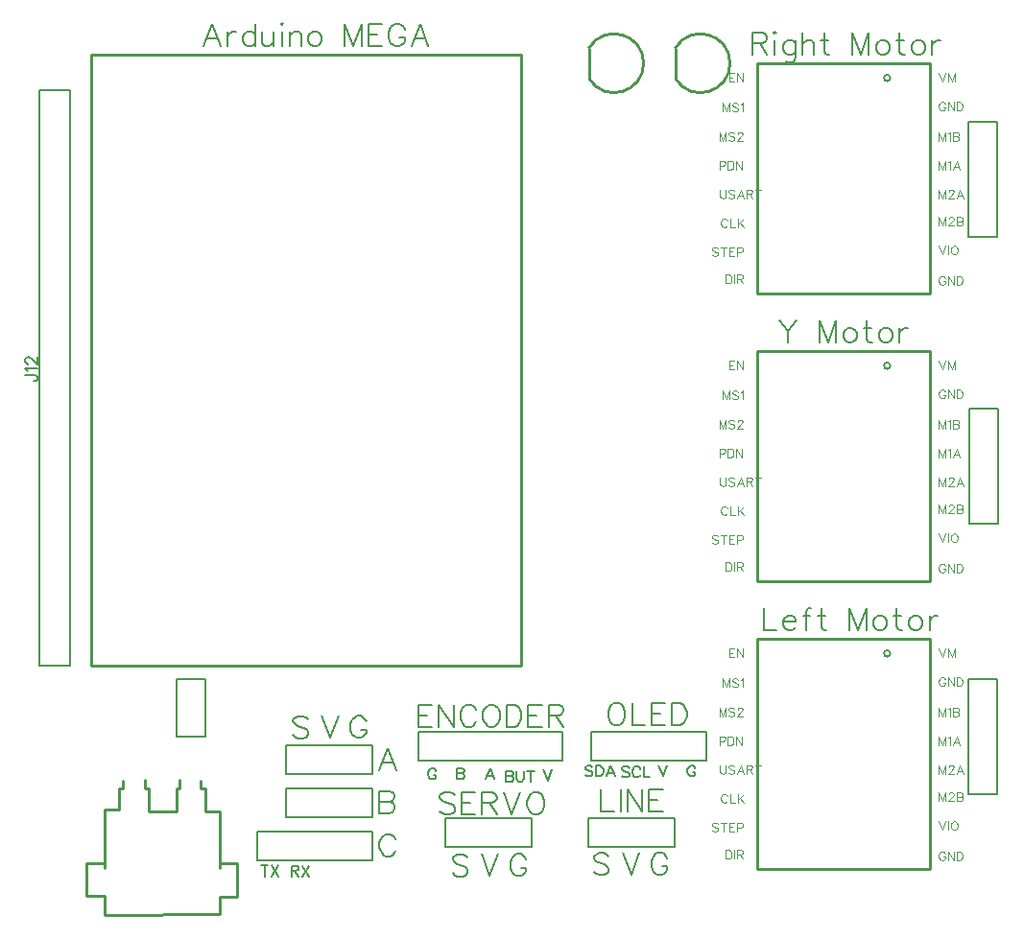
<source format=gto>
G04 Layer: TopSilkscreenLayer*
G04 EasyEDA v6.5.54, 2026-02-03 19:04:38*
G04 9173210c2a1045c2b90a711feb310df5,b3696df828ae431383eed25e92d68677,10*
G04 Gerber Generator version 0.2*
G04 Scale: 100 percent, Rotated: No, Reflected: No *
G04 Dimensions in millimeters *
G04 leading zeros omitted , absolute positions ,4 integer and 5 decimal *
%FSLAX45Y45*%
%MOMM*%

%ADD10C,0.2032*%
%ADD11C,0.1524*%
%ADD12C,0.1200*%
%ADD13C,0.2030*%
%ADD14C,0.2540*%
%ADD15C,0.1270*%
%ADD16C,0.0113*%

%LPD*%
D10*
X6872986Y405892D02*
G01*
X6854443Y424434D01*
X6826758Y433578D01*
X6789927Y433578D01*
X6762241Y424434D01*
X6743700Y405892D01*
X6743700Y387350D01*
X6752843Y369062D01*
X6762241Y359663D01*
X6780529Y350520D01*
X6836156Y331978D01*
X6854443Y322834D01*
X6863841Y313689D01*
X6872986Y295147D01*
X6872986Y267462D01*
X6854443Y248920D01*
X6826758Y239776D01*
X6789927Y239776D01*
X6762241Y248920D01*
X6743700Y267462D01*
X6995922Y435355D02*
G01*
X7069836Y241300D01*
X7143750Y435355D02*
G01*
X7069836Y241300D01*
X7388606Y389128D02*
G01*
X7379208Y407670D01*
X7360920Y426212D01*
X7342377Y435355D01*
X7305547Y435355D01*
X7287006Y426212D01*
X7268463Y407670D01*
X7259320Y389128D01*
X7249922Y361442D01*
X7249922Y315213D01*
X7259320Y287528D01*
X7268463Y268986D01*
X7287006Y250697D01*
X7305547Y241300D01*
X7342377Y241300D01*
X7360920Y250697D01*
X7379208Y268986D01*
X7388606Y287528D01*
X7388606Y315213D01*
X7342377Y315213D02*
G01*
X7388606Y315213D01*
X6491071Y-884783D02*
G01*
X6491071Y-980033D01*
X6459321Y-884783D02*
G01*
X6522821Y-884783D01*
X6552793Y-884783D02*
G01*
X6616547Y-980033D01*
X6616547Y-884783D02*
G01*
X6552793Y-980033D01*
X6727545Y-886307D02*
G01*
X6727545Y-981811D01*
X6727545Y-886307D02*
G01*
X6768439Y-886307D01*
X6782155Y-890879D01*
X6786727Y-895451D01*
X6791299Y-904595D01*
X6791299Y-913485D01*
X6786727Y-922629D01*
X6782155Y-927201D01*
X6768439Y-931773D01*
X6727545Y-931773D01*
X6759549Y-931773D02*
G01*
X6791299Y-981811D01*
X6821271Y-886307D02*
G01*
X6885025Y-981811D01*
X6885025Y-886307D02*
G01*
X6821271Y-981811D01*
X8405622Y-783844D02*
G01*
X8479536Y-977900D01*
X8553450Y-783844D02*
G01*
X8479536Y-977900D01*
X8282686Y-813307D02*
G01*
X8264143Y-794765D01*
X8236458Y-785621D01*
X8199627Y-785621D01*
X8171941Y-794765D01*
X8153400Y-813307D01*
X8153400Y-831850D01*
X8162543Y-850137D01*
X8171941Y-859536D01*
X8190229Y-868679D01*
X8245856Y-887221D01*
X8264143Y-896365D01*
X8273541Y-905510D01*
X8282686Y-924052D01*
X8282686Y-951737D01*
X8264143Y-970279D01*
X8236458Y-979423D01*
X8199627Y-979423D01*
X8171941Y-970279D01*
X8153400Y-951737D01*
X8798306Y-830071D02*
G01*
X8788908Y-811529D01*
X8770620Y-792987D01*
X8752077Y-783844D01*
X8715247Y-783844D01*
X8696706Y-792987D01*
X8678163Y-811529D01*
X8669020Y-830071D01*
X8659622Y-857757D01*
X8659622Y-903986D01*
X8669020Y-931671D01*
X8678163Y-950213D01*
X8696706Y-968502D01*
X8715247Y-977900D01*
X8752077Y-977900D01*
X8770620Y-968502D01*
X8788908Y-950213D01*
X8798306Y-931671D01*
X8798306Y-903986D01*
X8752077Y-903986D02*
G01*
X8798306Y-903986D01*
X9651423Y-773303D02*
G01*
X9725337Y-967359D01*
X9799251Y-773303D02*
G01*
X9725337Y-967359D01*
X9528487Y-802767D02*
G01*
X9509945Y-784225D01*
X9482259Y-775080D01*
X9445429Y-775080D01*
X9417743Y-784225D01*
X9399201Y-802767D01*
X9399201Y-821309D01*
X9408345Y-839596D01*
X9417743Y-848995D01*
X9436031Y-858138D01*
X9491657Y-876680D01*
X9509945Y-885825D01*
X9519343Y-894969D01*
X9528487Y-913511D01*
X9528487Y-941196D01*
X9509945Y-959738D01*
X9482259Y-968882D01*
X9445429Y-968882D01*
X9417743Y-959738D01*
X9399201Y-941196D01*
X10044107Y-819530D02*
G01*
X10034709Y-800988D01*
X10016421Y-782446D01*
X9997879Y-773303D01*
X9961049Y-773303D01*
X9942507Y-782446D01*
X9923965Y-800988D01*
X9914821Y-819530D01*
X9905423Y-847217D01*
X9905423Y-893445D01*
X9914821Y-921130D01*
X9923965Y-939672D01*
X9942507Y-957961D01*
X9961049Y-967359D01*
X9997879Y-967359D01*
X10016421Y-957961D01*
X10034709Y-939672D01*
X10044107Y-921130D01*
X10044107Y-893445D01*
X9997879Y-893445D02*
G01*
X10044107Y-893445D01*
X9385554Y-14223D02*
G01*
X9376409Y-5334D01*
X9362693Y-762D01*
X9344406Y-762D01*
X9330943Y-5334D01*
X9321800Y-14223D01*
X9321800Y-23368D01*
X9326372Y-32512D01*
X9330943Y-37084D01*
X9340088Y-41655D01*
X9367265Y-50800D01*
X9376409Y-55118D01*
X9380981Y-59689D01*
X9385554Y-68834D01*
X9385554Y-82550D01*
X9376409Y-91694D01*
X9362693Y-96265D01*
X9344406Y-96265D01*
X9330943Y-91694D01*
X9321800Y-82550D01*
X9415525Y-762D02*
G01*
X9415525Y-96265D01*
X9415525Y-762D02*
G01*
X9447275Y-762D01*
X9460991Y-5334D01*
X9469881Y-14223D01*
X9474454Y-23368D01*
X9479025Y-37084D01*
X9479025Y-59689D01*
X9474454Y-73405D01*
X9469881Y-82550D01*
X9460991Y-91694D01*
X9447275Y-96265D01*
X9415525Y-96265D01*
X9545320Y-762D02*
G01*
X9508997Y-96265D01*
X9545320Y-762D02*
G01*
X9581895Y-96265D01*
X9522713Y-64262D02*
G01*
X9568179Y-64262D01*
X9707831Y-22146D02*
G01*
X9698687Y-13256D01*
X9684971Y-8684D01*
X9666683Y-8684D01*
X9653221Y-13256D01*
X9644077Y-22146D01*
X9644077Y-31290D01*
X9648649Y-40434D01*
X9653221Y-45006D01*
X9662365Y-49578D01*
X9689543Y-58722D01*
X9698687Y-63040D01*
X9703259Y-67612D01*
X9707831Y-76756D01*
X9707831Y-90472D01*
X9698687Y-99616D01*
X9684971Y-104188D01*
X9666683Y-104188D01*
X9653221Y-99616D01*
X9644077Y-90472D01*
X9805875Y-31290D02*
G01*
X9801303Y-22146D01*
X9792159Y-13256D01*
X9783269Y-8684D01*
X9764981Y-8684D01*
X9755837Y-13256D01*
X9746693Y-22146D01*
X9742375Y-31290D01*
X9737803Y-45006D01*
X9737803Y-67612D01*
X9742375Y-81328D01*
X9746693Y-90472D01*
X9755837Y-99616D01*
X9764981Y-104188D01*
X9783269Y-104188D01*
X9792159Y-99616D01*
X9801303Y-90472D01*
X9805875Y-81328D01*
X9835847Y-8684D02*
G01*
X9835847Y-104188D01*
X9835847Y-104188D02*
G01*
X9890457Y-104188D01*
X9969500Y-762D02*
G01*
X10005822Y-96265D01*
X10042143Y-762D02*
G01*
X10005822Y-96265D01*
X10291572Y-23368D02*
G01*
X10287254Y-14223D01*
X10278109Y-5334D01*
X10268965Y-762D01*
X10250677Y-762D01*
X10241788Y-5334D01*
X10232643Y-14223D01*
X10228072Y-23368D01*
X10223500Y-37084D01*
X10223500Y-59689D01*
X10228072Y-73405D01*
X10232643Y-82550D01*
X10241788Y-91694D01*
X10250677Y-96265D01*
X10268965Y-96265D01*
X10278109Y-91694D01*
X10287254Y-82550D01*
X10291572Y-73405D01*
X10291572Y-59689D01*
X10268965Y-59689D02*
G01*
X10291572Y-59689D01*
X8004263Y-48971D02*
G01*
X7999945Y-39827D01*
X7990801Y-30937D01*
X7981657Y-26365D01*
X7963369Y-26365D01*
X7954479Y-30937D01*
X7945335Y-39827D01*
X7940763Y-48971D01*
X7936191Y-62687D01*
X7936191Y-85293D01*
X7940763Y-99009D01*
X7945335Y-108153D01*
X7954479Y-117297D01*
X7963369Y-121869D01*
X7981657Y-121869D01*
X7990801Y-117297D01*
X7999945Y-108153D01*
X8004263Y-99009D01*
X8004263Y-85293D01*
X7981657Y-85293D02*
G01*
X8004263Y-85293D01*
X8191500Y-26162D02*
G01*
X8191500Y-121665D01*
X8191500Y-26162D02*
G01*
X8232393Y-26162D01*
X8246109Y-30734D01*
X8250681Y-35305D01*
X8255254Y-44195D01*
X8255254Y-53339D01*
X8250681Y-62484D01*
X8246109Y-67055D01*
X8232393Y-71628D01*
X8191500Y-71628D02*
G01*
X8232393Y-71628D01*
X8246109Y-76200D01*
X8250681Y-80518D01*
X8255254Y-89662D01*
X8255254Y-103378D01*
X8250681Y-112521D01*
X8246109Y-117094D01*
X8232393Y-121665D01*
X8191500Y-121665D01*
X8481822Y-26162D02*
G01*
X8445500Y-121665D01*
X8481822Y-26162D02*
G01*
X8518143Y-121665D01*
X8459215Y-89662D02*
G01*
X8504681Y-89662D01*
X8620683Y-49936D02*
G01*
X8620683Y-145440D01*
X8620683Y-49936D02*
G01*
X8661577Y-49936D01*
X8675293Y-54508D01*
X8679865Y-59080D01*
X8684437Y-67970D01*
X8684437Y-77114D01*
X8679865Y-86258D01*
X8675293Y-90830D01*
X8661577Y-95402D01*
X8620683Y-95402D02*
G01*
X8661577Y-95402D01*
X8675293Y-99974D01*
X8679865Y-104292D01*
X8684437Y-113436D01*
X8684437Y-127152D01*
X8679865Y-136296D01*
X8675293Y-140868D01*
X8661577Y-145440D01*
X8620683Y-145440D01*
X8714409Y-49936D02*
G01*
X8714409Y-118008D01*
X8718981Y-131724D01*
X8727871Y-140868D01*
X8741587Y-145440D01*
X8750731Y-145440D01*
X8764193Y-140868D01*
X8773337Y-131724D01*
X8777909Y-118008D01*
X8777909Y-49936D01*
X8839885Y-49936D02*
G01*
X8839885Y-145440D01*
X8807881Y-49936D02*
G01*
X8871635Y-49936D01*
X8952191Y-38049D02*
G01*
X8988513Y-133553D01*
X9024835Y-38049D02*
G01*
X8988513Y-133553D01*
X9580372Y547878D02*
G01*
X9561829Y538734D01*
X9543541Y520192D01*
X9534143Y501650D01*
X9525000Y473963D01*
X9525000Y427989D01*
X9534143Y400050D01*
X9543541Y381762D01*
X9561829Y363220D01*
X9580372Y354076D01*
X9617456Y354076D01*
X9635743Y363220D01*
X9654286Y381762D01*
X9663429Y400050D01*
X9672827Y427989D01*
X9672827Y473963D01*
X9663429Y501650D01*
X9654286Y520192D01*
X9635743Y538734D01*
X9617456Y547878D01*
X9580372Y547878D01*
X9733788Y547878D02*
G01*
X9733788Y354076D01*
X9733788Y354076D02*
G01*
X9844531Y354076D01*
X9905491Y547878D02*
G01*
X9905491Y354076D01*
X9905491Y547878D02*
G01*
X10025634Y547878D01*
X9905491Y455676D02*
G01*
X9979406Y455676D01*
X9905491Y354076D02*
G01*
X10025634Y354076D01*
X10086593Y547878D02*
G01*
X10086593Y354076D01*
X10086593Y547878D02*
G01*
X10151109Y547878D01*
X10179050Y538734D01*
X10197338Y520192D01*
X10206736Y501650D01*
X10215879Y473963D01*
X10215879Y427989D01*
X10206736Y400050D01*
X10197338Y381762D01*
X10179050Y363220D01*
X10151109Y354076D01*
X10086593Y354076D01*
X7848600Y535178D02*
G01*
X7848600Y341376D01*
X7848600Y535178D02*
G01*
X7968741Y535178D01*
X7848600Y442976D02*
G01*
X7922513Y442976D01*
X7848600Y341376D02*
G01*
X7968741Y341376D01*
X8029702Y535178D02*
G01*
X8029702Y341376D01*
X8029702Y535178D02*
G01*
X8158988Y341376D01*
X8158988Y535178D02*
G01*
X8158988Y341376D01*
X8358377Y488950D02*
G01*
X8349234Y507492D01*
X8330691Y526034D01*
X8312150Y535178D01*
X8275320Y535178D01*
X8256777Y526034D01*
X8238490Y507492D01*
X8229091Y488950D01*
X8219947Y461263D01*
X8219947Y415289D01*
X8229091Y387350D01*
X8238490Y369062D01*
X8256777Y350520D01*
X8275320Y341376D01*
X8312150Y341376D01*
X8330691Y350520D01*
X8349234Y369062D01*
X8358377Y387350D01*
X8474709Y535178D02*
G01*
X8456422Y526034D01*
X8437879Y507492D01*
X8428736Y488950D01*
X8419338Y461263D01*
X8419338Y415289D01*
X8428736Y387350D01*
X8437879Y369062D01*
X8456422Y350520D01*
X8474709Y341376D01*
X8511793Y341376D01*
X8530336Y350520D01*
X8548624Y369062D01*
X8558022Y387350D01*
X8567165Y415289D01*
X8567165Y461263D01*
X8558022Y488950D01*
X8548624Y507492D01*
X8530336Y526034D01*
X8511793Y535178D01*
X8474709Y535178D01*
X8628125Y535178D02*
G01*
X8628125Y341376D01*
X8628125Y535178D02*
G01*
X8692895Y535178D01*
X8720581Y526034D01*
X8738870Y507492D01*
X8748268Y488950D01*
X8757411Y461263D01*
X8757411Y415289D01*
X8748268Y387350D01*
X8738870Y369062D01*
X8720581Y350520D01*
X8692895Y341376D01*
X8628125Y341376D01*
X8818372Y535178D02*
G01*
X8818372Y341376D01*
X8818372Y535178D02*
G01*
X8938513Y535178D01*
X8818372Y442976D02*
G01*
X8892286Y442976D01*
X8818372Y341376D02*
G01*
X8938513Y341376D01*
X8999474Y535178D02*
G01*
X8999474Y341376D01*
X8999474Y535178D02*
G01*
X9082531Y535178D01*
X9110218Y526034D01*
X9119615Y516889D01*
X9128759Y498347D01*
X9128759Y479805D01*
X9119615Y461263D01*
X9110218Y452120D01*
X9082531Y442976D01*
X8999474Y442976D01*
X9063990Y442976D02*
G01*
X9128759Y341376D01*
X9461500Y-214121D02*
G01*
X9461500Y-407923D01*
X9461500Y-407923D02*
G01*
X9572243Y-407923D01*
X9633204Y-214121D02*
G01*
X9633204Y-407923D01*
X9694163Y-214121D02*
G01*
X9694163Y-407923D01*
X9694163Y-214121D02*
G01*
X9823450Y-407923D01*
X9823450Y-214121D02*
G01*
X9823450Y-407923D01*
X9884409Y-214121D02*
G01*
X9884409Y-407923D01*
X9884409Y-214121D02*
G01*
X10004552Y-214121D01*
X9884409Y-306323D02*
G01*
X9958324Y-306323D01*
X9884409Y-407923D02*
G01*
X10004552Y-407923D01*
X8168386Y-267207D02*
G01*
X8149843Y-248665D01*
X8122158Y-239521D01*
X8085327Y-239521D01*
X8057641Y-248665D01*
X8039100Y-267207D01*
X8039100Y-285750D01*
X8048243Y-304037D01*
X8057641Y-313436D01*
X8075929Y-322579D01*
X8131556Y-341121D01*
X8149843Y-350265D01*
X8159241Y-359410D01*
X8168386Y-377952D01*
X8168386Y-405637D01*
X8149843Y-424179D01*
X8122158Y-433323D01*
X8085327Y-433323D01*
X8057641Y-424179D01*
X8039100Y-405637D01*
X8229345Y-239521D02*
G01*
X8229345Y-433323D01*
X8229345Y-239521D02*
G01*
X8349488Y-239521D01*
X8229345Y-331723D02*
G01*
X8303259Y-331723D01*
X8229345Y-433323D02*
G01*
X8349488Y-433323D01*
X8410447Y-239521D02*
G01*
X8410447Y-433323D01*
X8410447Y-239521D02*
G01*
X8493506Y-239521D01*
X8521191Y-248665D01*
X8530590Y-257810D01*
X8539734Y-276352D01*
X8539734Y-294894D01*
X8530590Y-313436D01*
X8521191Y-322579D01*
X8493506Y-331723D01*
X8410447Y-331723D01*
X8474963Y-331723D02*
G01*
X8539734Y-433323D01*
X8600693Y-239521D02*
G01*
X8674608Y-433323D01*
X8748522Y-239521D02*
G01*
X8674608Y-433323D01*
X8864854Y-239521D02*
G01*
X8846311Y-248665D01*
X8827770Y-267207D01*
X8818625Y-285750D01*
X8809481Y-313436D01*
X8809481Y-359410D01*
X8818625Y-387350D01*
X8827770Y-405637D01*
X8846311Y-424179D01*
X8864854Y-433323D01*
X8901684Y-433323D01*
X8920225Y-424179D01*
X8938768Y-405637D01*
X8947911Y-387350D01*
X8957309Y-359410D01*
X8957309Y-313436D01*
X8947911Y-285750D01*
X8938768Y-267207D01*
X8920225Y-248665D01*
X8901684Y-239521D01*
X8864854Y-239521D01*
X7579613Y154178D02*
G01*
X7505700Y-39623D01*
X7579613Y154178D02*
G01*
X7653527Y-39623D01*
X7533386Y24892D02*
G01*
X7625841Y24892D01*
X7505700Y-226821D02*
G01*
X7505700Y-420623D01*
X7505700Y-226821D02*
G01*
X7588758Y-226821D01*
X7616443Y-235965D01*
X7625841Y-245110D01*
X7634986Y-263652D01*
X7634986Y-282194D01*
X7625841Y-300736D01*
X7616443Y-309879D01*
X7588758Y-319023D01*
X7505700Y-319023D02*
G01*
X7588758Y-319023D01*
X7616443Y-328421D01*
X7625841Y-337565D01*
X7634986Y-356107D01*
X7634986Y-383794D01*
X7625841Y-402336D01*
X7616443Y-411479D01*
X7588758Y-420623D01*
X7505700Y-420623D01*
X7644129Y-654050D02*
G01*
X7634986Y-635507D01*
X7616443Y-616965D01*
X7598156Y-607821D01*
X7561072Y-607821D01*
X7542529Y-616965D01*
X7524241Y-635507D01*
X7514843Y-654050D01*
X7505700Y-681736D01*
X7505700Y-727710D01*
X7514843Y-755650D01*
X7524241Y-773937D01*
X7542529Y-792479D01*
X7561072Y-801623D01*
X7598156Y-801623D01*
X7616443Y-792479D01*
X7634986Y-773937D01*
X7644129Y-755650D01*
X6030213Y6542278D02*
G01*
X5956300Y6348476D01*
X6030213Y6542278D02*
G01*
X6104127Y6348476D01*
X5983986Y6412992D02*
G01*
X6076441Y6412992D01*
X6165088Y6477762D02*
G01*
X6165088Y6348476D01*
X6165088Y6422389D02*
G01*
X6174231Y6450076D01*
X6192774Y6468363D01*
X6211315Y6477762D01*
X6239002Y6477762D01*
X6410706Y6542278D02*
G01*
X6410706Y6348476D01*
X6410706Y6450076D02*
G01*
X6392163Y6468363D01*
X6373875Y6477762D01*
X6346190Y6477762D01*
X6327647Y6468363D01*
X6309106Y6450076D01*
X6299961Y6422389D01*
X6299961Y6403847D01*
X6309106Y6376162D01*
X6327647Y6357620D01*
X6346190Y6348476D01*
X6373875Y6348476D01*
X6392163Y6357620D01*
X6410706Y6376162D01*
X6471665Y6477762D02*
G01*
X6471665Y6385305D01*
X6480809Y6357620D01*
X6499352Y6348476D01*
X6527038Y6348476D01*
X6545579Y6357620D01*
X6573265Y6385305D01*
X6573265Y6477762D02*
G01*
X6573265Y6348476D01*
X6634225Y6542278D02*
G01*
X6643370Y6533134D01*
X6652768Y6542278D01*
X6643370Y6551676D01*
X6634225Y6542278D01*
X6643370Y6477762D02*
G01*
X6643370Y6348476D01*
X6713727Y6477762D02*
G01*
X6713727Y6348476D01*
X6713727Y6440678D02*
G01*
X6741413Y6468363D01*
X6759956Y6477762D01*
X6787641Y6477762D01*
X6805929Y6468363D01*
X6815327Y6440678D01*
X6815327Y6348476D01*
X6922515Y6477762D02*
G01*
X6903974Y6468363D01*
X6885431Y6450076D01*
X6876288Y6422389D01*
X6876288Y6403847D01*
X6885431Y6376162D01*
X6903974Y6357620D01*
X6922515Y6348476D01*
X6950202Y6348476D01*
X6968490Y6357620D01*
X6987031Y6376162D01*
X6996429Y6403847D01*
X6996429Y6422389D01*
X6987031Y6450076D01*
X6968490Y6468363D01*
X6950202Y6477762D01*
X6922515Y6477762D01*
X7199629Y6542278D02*
G01*
X7199629Y6348476D01*
X7199629Y6542278D02*
G01*
X7273290Y6348476D01*
X7347204Y6542278D02*
G01*
X7273290Y6348476D01*
X7347204Y6542278D02*
G01*
X7347204Y6348476D01*
X7408163Y6542278D02*
G01*
X7408163Y6348476D01*
X7408163Y6542278D02*
G01*
X7528306Y6542278D01*
X7408163Y6450076D02*
G01*
X7482077Y6450076D01*
X7408163Y6348476D02*
G01*
X7528306Y6348476D01*
X7727950Y6496050D02*
G01*
X7718552Y6514592D01*
X7700009Y6533134D01*
X7681722Y6542278D01*
X7644638Y6542278D01*
X7626350Y6533134D01*
X7607808Y6514592D01*
X7598409Y6496050D01*
X7589265Y6468363D01*
X7589265Y6422389D01*
X7598409Y6394450D01*
X7607808Y6376162D01*
X7626350Y6357620D01*
X7644638Y6348476D01*
X7681722Y6348476D01*
X7700009Y6357620D01*
X7718552Y6376162D01*
X7727950Y6394450D01*
X7727950Y6422389D01*
X7681722Y6422389D02*
G01*
X7727950Y6422389D01*
X7862570Y6542278D02*
G01*
X7788909Y6348476D01*
X7862570Y6542278D02*
G01*
X7936484Y6348476D01*
X7816595Y6412992D02*
G01*
X7908797Y6412992D01*
X10795000Y6466078D02*
G01*
X10795000Y6272276D01*
X10795000Y6466078D02*
G01*
X10878058Y6466078D01*
X10905743Y6456934D01*
X10915141Y6447789D01*
X10924286Y6429247D01*
X10924286Y6410705D01*
X10915141Y6392163D01*
X10905743Y6383020D01*
X10878058Y6373876D01*
X10795000Y6373876D01*
X10859770Y6373876D02*
G01*
X10924286Y6272276D01*
X10985245Y6466078D02*
G01*
X10994390Y6456934D01*
X11003788Y6466078D01*
X10994390Y6475476D01*
X10985245Y6466078D01*
X10994390Y6401562D02*
G01*
X10994390Y6272276D01*
X11175491Y6401562D02*
G01*
X11175491Y6253734D01*
X11166347Y6226047D01*
X11156950Y6216650D01*
X11138661Y6207505D01*
X11110975Y6207505D01*
X11092434Y6216650D01*
X11175491Y6373876D02*
G01*
X11156950Y6392163D01*
X11138661Y6401562D01*
X11110975Y6401562D01*
X11092434Y6392163D01*
X11073891Y6373876D01*
X11064747Y6346189D01*
X11064747Y6327647D01*
X11073891Y6299962D01*
X11092434Y6281420D01*
X11110975Y6272276D01*
X11138661Y6272276D01*
X11156950Y6281420D01*
X11175491Y6299962D01*
X11236452Y6466078D02*
G01*
X11236452Y6272276D01*
X11236452Y6364478D02*
G01*
X11264138Y6392163D01*
X11282679Y6401562D01*
X11310365Y6401562D01*
X11328908Y6392163D01*
X11338052Y6364478D01*
X11338052Y6272276D01*
X11426697Y6466078D02*
G01*
X11426697Y6309105D01*
X11436095Y6281420D01*
X11454384Y6272276D01*
X11472925Y6272276D01*
X11399011Y6401562D02*
G01*
X11463781Y6401562D01*
X11676125Y6466078D02*
G01*
X11676125Y6272276D01*
X11676125Y6466078D02*
G01*
X11750040Y6272276D01*
X11823954Y6466078D02*
G01*
X11750040Y6272276D01*
X11823954Y6466078D02*
G01*
X11823954Y6272276D01*
X11931141Y6401562D02*
G01*
X11912600Y6392163D01*
X11894058Y6373876D01*
X11884913Y6346189D01*
X11884913Y6327647D01*
X11894058Y6299962D01*
X11912600Y6281420D01*
X11931141Y6272276D01*
X11958827Y6272276D01*
X11977370Y6281420D01*
X11995658Y6299962D01*
X12005056Y6327647D01*
X12005056Y6346189D01*
X11995658Y6373876D01*
X11977370Y6392163D01*
X11958827Y6401562D01*
X11931141Y6401562D01*
X12093702Y6466078D02*
G01*
X12093702Y6309105D01*
X12102845Y6281420D01*
X12121388Y6272276D01*
X12139929Y6272276D01*
X12066015Y6401562D02*
G01*
X12130531Y6401562D01*
X12246863Y6401562D02*
G01*
X12228575Y6392163D01*
X12210034Y6373876D01*
X12200890Y6346189D01*
X12200890Y6327647D01*
X12210034Y6299962D01*
X12228575Y6281420D01*
X12246863Y6272276D01*
X12274550Y6272276D01*
X12293091Y6281420D01*
X12311634Y6299962D01*
X12320777Y6327647D01*
X12320777Y6346189D01*
X12311634Y6373876D01*
X12293091Y6392163D01*
X12274550Y6401562D01*
X12246863Y6401562D01*
X12381738Y6401562D02*
G01*
X12381738Y6272276D01*
X12381738Y6346189D02*
G01*
X12391136Y6373876D01*
X12409424Y6392163D01*
X12427965Y6401562D01*
X12455652Y6401562D01*
X11036300Y3926078D02*
G01*
X11110213Y3833876D01*
X11110213Y3732276D01*
X11184127Y3926078D02*
G01*
X11110213Y3833876D01*
X11387327Y3926078D02*
G01*
X11387327Y3732276D01*
X11387327Y3926078D02*
G01*
X11461241Y3732276D01*
X11535156Y3926078D02*
G01*
X11461241Y3732276D01*
X11535156Y3926078D02*
G01*
X11535156Y3732276D01*
X11642090Y3861562D02*
G01*
X11623802Y3852163D01*
X11605259Y3833876D01*
X11596115Y3806189D01*
X11596115Y3787647D01*
X11605259Y3759962D01*
X11623802Y3741420D01*
X11642090Y3732276D01*
X11670029Y3732276D01*
X11688318Y3741420D01*
X11706859Y3759962D01*
X11716004Y3787647D01*
X11716004Y3806189D01*
X11706859Y3833876D01*
X11688318Y3852163D01*
X11670029Y3861562D01*
X11642090Y3861562D01*
X11804650Y3926078D02*
G01*
X11804650Y3769105D01*
X11814047Y3741420D01*
X11832590Y3732276D01*
X11850877Y3732276D01*
X11776963Y3861562D02*
G01*
X11841734Y3861562D01*
X11958065Y3861562D02*
G01*
X11939524Y3852163D01*
X11921236Y3833876D01*
X11911838Y3806189D01*
X11911838Y3787647D01*
X11921236Y3759962D01*
X11939524Y3741420D01*
X11958065Y3732276D01*
X11985752Y3732276D01*
X12004293Y3741420D01*
X12022836Y3759962D01*
X12031979Y3787647D01*
X12031979Y3806189D01*
X12022836Y3833876D01*
X12004293Y3852163D01*
X11985752Y3861562D01*
X11958065Y3861562D01*
X12092940Y3861562D02*
G01*
X12092940Y3732276D01*
X12092940Y3806189D02*
G01*
X12102084Y3833876D01*
X12120625Y3852163D01*
X12139168Y3861562D01*
X12166854Y3861562D01*
X10896600Y1386078D02*
G01*
X10896600Y1192276D01*
X10896600Y1192276D02*
G01*
X11007343Y1192276D01*
X11068304Y1266189D02*
G01*
X11179302Y1266189D01*
X11179302Y1284478D01*
X11169904Y1303020D01*
X11160759Y1312163D01*
X11142218Y1321562D01*
X11114531Y1321562D01*
X11095990Y1312163D01*
X11077702Y1293876D01*
X11068304Y1266189D01*
X11068304Y1247647D01*
X11077702Y1219962D01*
X11095990Y1201420D01*
X11114531Y1192276D01*
X11142218Y1192276D01*
X11160759Y1201420D01*
X11179302Y1219962D01*
X11314175Y1386078D02*
G01*
X11295634Y1386078D01*
X11277091Y1376934D01*
X11267947Y1349247D01*
X11267947Y1192276D01*
X11240261Y1321562D02*
G01*
X11304777Y1321562D01*
X11402822Y1386078D02*
G01*
X11402822Y1229105D01*
X11411965Y1201420D01*
X11430508Y1192276D01*
X11449050Y1192276D01*
X11375136Y1321562D02*
G01*
X11439652Y1321562D01*
X11652250Y1386078D02*
G01*
X11652250Y1192276D01*
X11652250Y1386078D02*
G01*
X11725909Y1192276D01*
X11799824Y1386078D02*
G01*
X11725909Y1192276D01*
X11799824Y1386078D02*
G01*
X11799824Y1192276D01*
X11907011Y1321562D02*
G01*
X11888470Y1312163D01*
X11870181Y1293876D01*
X11860784Y1266189D01*
X11860784Y1247647D01*
X11870181Y1219962D01*
X11888470Y1201420D01*
X11907011Y1192276D01*
X11934697Y1192276D01*
X11953240Y1201420D01*
X11971781Y1219962D01*
X11980925Y1247647D01*
X11980925Y1266189D01*
X11971781Y1293876D01*
X11953240Y1312163D01*
X11934697Y1321562D01*
X11907011Y1321562D01*
X12069572Y1386078D02*
G01*
X12069572Y1229105D01*
X12078970Y1201420D01*
X12097258Y1192276D01*
X12115800Y1192276D01*
X12041886Y1321562D02*
G01*
X12106656Y1321562D01*
X12222988Y1321562D02*
G01*
X12204445Y1312163D01*
X12185904Y1293876D01*
X12176759Y1266189D01*
X12176759Y1247647D01*
X12185904Y1219962D01*
X12204445Y1201420D01*
X12222988Y1192276D01*
X12250674Y1192276D01*
X12269215Y1201420D01*
X12287504Y1219962D01*
X12296902Y1247647D01*
X12296902Y1266189D01*
X12287504Y1293876D01*
X12269215Y1312163D01*
X12250674Y1321562D01*
X12222988Y1321562D01*
X12357861Y1321562D02*
G01*
X12357861Y1192276D01*
X12357861Y1266189D02*
G01*
X12367006Y1293876D01*
X12385547Y1312163D01*
X12404090Y1321562D01*
X12431775Y1321562D01*
D11*
X4380484Y3442970D02*
G01*
X4463541Y3442970D01*
X4479290Y3437636D01*
X4484370Y3432555D01*
X4489450Y3422142D01*
X4489450Y3411728D01*
X4484370Y3401313D01*
X4479290Y3395979D01*
X4463541Y3390900D01*
X4453127Y3390900D01*
X4401311Y3477260D02*
G01*
X4395977Y3487420D01*
X4380484Y3503168D01*
X4489450Y3503168D01*
X4406391Y3542537D02*
G01*
X4401311Y3542537D01*
X4390897Y3547871D01*
X4385563Y3552952D01*
X4380484Y3563365D01*
X4380484Y3584194D01*
X4385563Y3594607D01*
X4390897Y3599687D01*
X4401311Y3605021D01*
X4411725Y3605021D01*
X4422140Y3599687D01*
X4437634Y3589273D01*
X4489450Y3537457D01*
X4489450Y3610102D01*
D12*
X12496342Y-779068D02*
G01*
X12492532Y-771702D01*
X12485420Y-764336D01*
X12478054Y-760780D01*
X12463576Y-760780D01*
X12456210Y-764336D01*
X12448844Y-771702D01*
X12445288Y-779068D01*
X12441732Y-789990D01*
X12441732Y-808024D01*
X12445288Y-818946D01*
X12448844Y-826312D01*
X12456210Y-833424D01*
X12463576Y-837234D01*
X12478054Y-837234D01*
X12485420Y-833424D01*
X12492532Y-826312D01*
X12496342Y-818946D01*
X12496342Y-808024D01*
X12478054Y-808024D02*
G01*
X12496342Y-808024D01*
X12520218Y-760780D02*
G01*
X12520218Y-837234D01*
X12520218Y-760780D02*
G01*
X12571018Y-837234D01*
X12571018Y-760780D02*
G01*
X12571018Y-837234D01*
X12595148Y-760780D02*
G01*
X12595148Y-837234D01*
X12595148Y-760780D02*
G01*
X12620548Y-760780D01*
X12631470Y-764336D01*
X12638836Y-771702D01*
X12642392Y-779068D01*
X12645948Y-789990D01*
X12645948Y-808024D01*
X12642392Y-818946D01*
X12638836Y-826312D01*
X12631470Y-833424D01*
X12620548Y-837234D01*
X12595148Y-837234D01*
X12441681Y-494029D02*
G01*
X12470891Y-570484D01*
X12499847Y-494029D02*
G01*
X12470891Y-570484D01*
X12523977Y-494029D02*
G01*
X12523977Y-570484D01*
X12569697Y-494029D02*
G01*
X12562331Y-497586D01*
X12555220Y-504952D01*
X12551409Y-512318D01*
X12547854Y-523239D01*
X12547854Y-541273D01*
X12551409Y-552195D01*
X12555220Y-559562D01*
X12562331Y-566928D01*
X12569697Y-570484D01*
X12584175Y-570484D01*
X12591541Y-566928D01*
X12598654Y-559562D01*
X12602463Y-552195D01*
X12606020Y-541273D01*
X12606020Y-523239D01*
X12602463Y-512318D01*
X12598654Y-504952D01*
X12591541Y-497586D01*
X12584175Y-494029D01*
X12569697Y-494029D01*
X12441681Y-240029D02*
G01*
X12441681Y-316484D01*
X12441681Y-240029D02*
G01*
X12470891Y-316484D01*
X12499847Y-240029D02*
G01*
X12470891Y-316484D01*
X12499847Y-240029D02*
G01*
X12499847Y-316484D01*
X12527534Y-258318D02*
G01*
X12527534Y-254507D01*
X12531090Y-247395D01*
X12534900Y-243586D01*
X12542011Y-240029D01*
X12556490Y-240029D01*
X12563856Y-243586D01*
X12567411Y-247395D01*
X12571222Y-254507D01*
X12571222Y-261873D01*
X12567411Y-269239D01*
X12560300Y-280162D01*
X12523977Y-316484D01*
X12574777Y-316484D01*
X12598908Y-240029D02*
G01*
X12598908Y-316484D01*
X12598908Y-240029D02*
G01*
X12631420Y-240029D01*
X12642341Y-243586D01*
X12646152Y-247395D01*
X12649708Y-254507D01*
X12649708Y-261873D01*
X12646152Y-269239D01*
X12642341Y-272795D01*
X12631420Y-276352D01*
X12598908Y-276352D02*
G01*
X12631420Y-276352D01*
X12642341Y-280162D01*
X12646152Y-283718D01*
X12649708Y-291084D01*
X12649708Y-302005D01*
X12646152Y-309118D01*
X12642341Y-312928D01*
X12631420Y-316484D01*
X12598908Y-316484D01*
X12441681Y1270D02*
G01*
X12441681Y-75184D01*
X12441681Y1270D02*
G01*
X12470891Y-75184D01*
X12499847Y1270D02*
G01*
X12470891Y-75184D01*
X12499847Y1270D02*
G01*
X12499847Y-75184D01*
X12527534Y-17018D02*
G01*
X12527534Y-13207D01*
X12531090Y-6095D01*
X12534645Y-2286D01*
X12542011Y1270D01*
X12556490Y1270D01*
X12563856Y-2286D01*
X12567411Y-6095D01*
X12571222Y-13207D01*
X12571222Y-20573D01*
X12567411Y-27939D01*
X12560300Y-38862D01*
X12523977Y-75184D01*
X12574777Y-75184D01*
X12627863Y1270D02*
G01*
X12598654Y-75184D01*
X12627863Y1270D02*
G01*
X12657074Y-75184D01*
X12609575Y-49784D02*
G01*
X12646152Y-49784D01*
X12441681Y255270D02*
G01*
X12441681Y178815D01*
X12441681Y255270D02*
G01*
X12470891Y178815D01*
X12499847Y255270D02*
G01*
X12470891Y178815D01*
X12499847Y255270D02*
G01*
X12499847Y178815D01*
X12523977Y240792D02*
G01*
X12531090Y244347D01*
X12542011Y255270D01*
X12542011Y178815D01*
X12595097Y255270D02*
G01*
X12566141Y178815D01*
X12595097Y255270D02*
G01*
X12624308Y178815D01*
X12577063Y204215D02*
G01*
X12613386Y204215D01*
X12441681Y509270D02*
G01*
X12441681Y432815D01*
X12441681Y509270D02*
G01*
X12470891Y432815D01*
X12499847Y509270D02*
G01*
X12470891Y432815D01*
X12499847Y509270D02*
G01*
X12499847Y432815D01*
X12523977Y494792D02*
G01*
X12531090Y498347D01*
X12542011Y509270D01*
X12542011Y432815D01*
X12566141Y509270D02*
G01*
X12566141Y432815D01*
X12566141Y509270D02*
G01*
X12598654Y509270D01*
X12609575Y505713D01*
X12613386Y501904D01*
X12616941Y494792D01*
X12616941Y487426D01*
X12613386Y480060D01*
X12609575Y476504D01*
X12598654Y472947D01*
X12566141Y472947D02*
G01*
X12598654Y472947D01*
X12609575Y469137D01*
X12613386Y465581D01*
X12616941Y458215D01*
X12616941Y447294D01*
X12613386Y440181D01*
X12609575Y436371D01*
X12598654Y432815D01*
X12566141Y432815D01*
X12496342Y757783D02*
G01*
X12492532Y764895D01*
X12485420Y772261D01*
X12478054Y775817D01*
X12463576Y775817D01*
X12456210Y772261D01*
X12448844Y764895D01*
X12445288Y757783D01*
X12441732Y746861D01*
X12441732Y728573D01*
X12445288Y717651D01*
X12448844Y710539D01*
X12456210Y703173D01*
X12463576Y699617D01*
X12478054Y699617D01*
X12485420Y703173D01*
X12492532Y710539D01*
X12496342Y717651D01*
X12496342Y728573D01*
X12478054Y728573D02*
G01*
X12496342Y728573D01*
X12520218Y775817D02*
G01*
X12520218Y699617D01*
X12520218Y775817D02*
G01*
X12571018Y699617D01*
X12571018Y775817D02*
G01*
X12571018Y699617D01*
X12595148Y775817D02*
G01*
X12595148Y699617D01*
X12595148Y775817D02*
G01*
X12620548Y775817D01*
X12631470Y772261D01*
X12638836Y764895D01*
X12642392Y757783D01*
X12645948Y746861D01*
X12645948Y728573D01*
X12642392Y717651D01*
X12638836Y710539D01*
X12631470Y703173D01*
X12620548Y699617D01*
X12595148Y699617D01*
X12441681Y1029970D02*
G01*
X12470891Y953515D01*
X12499847Y1029970D02*
G01*
X12470891Y953515D01*
X12523977Y1029970D02*
G01*
X12523977Y953515D01*
X12523977Y1029970D02*
G01*
X12552934Y953515D01*
X12582143Y1029970D02*
G01*
X12552934Y953515D01*
X12582143Y1029970D02*
G01*
X12582143Y953515D01*
X10590275Y1029970D02*
G01*
X10590275Y953515D01*
X10590275Y1029970D02*
G01*
X10637520Y1029970D01*
X10590275Y993647D02*
G01*
X10619486Y993647D01*
X10590275Y953515D02*
G01*
X10637520Y953515D01*
X10661650Y1029970D02*
G01*
X10661650Y953515D01*
X10661650Y1029970D02*
G01*
X10712450Y953515D01*
X10712450Y1029970D02*
G01*
X10712450Y953515D01*
X10537187Y766594D02*
G01*
X10537187Y690140D01*
X10537187Y766594D02*
G01*
X10566397Y690140D01*
X10595353Y766594D02*
G01*
X10566397Y690140D01*
X10595353Y766594D02*
G01*
X10595353Y690140D01*
X10670283Y755672D02*
G01*
X10662917Y763038D01*
X10651995Y766594D01*
X10637517Y766594D01*
X10626595Y763038D01*
X10619483Y755672D01*
X10619483Y748306D01*
X10623039Y741194D01*
X10626595Y737384D01*
X10633961Y733828D01*
X10655805Y726462D01*
X10662917Y722906D01*
X10666727Y719350D01*
X10670283Y711984D01*
X10670283Y701062D01*
X10662917Y693950D01*
X10651995Y690140D01*
X10637517Y690140D01*
X10626595Y693950D01*
X10619483Y701062D01*
X10694159Y752116D02*
G01*
X10701525Y755672D01*
X10712447Y766594D01*
X10712447Y690140D01*
X10504421Y509191D02*
G01*
X10504421Y432737D01*
X10504421Y509191D02*
G01*
X10533631Y432737D01*
X10562587Y509191D02*
G01*
X10533631Y432737D01*
X10562587Y509191D02*
G01*
X10562587Y432737D01*
X10637517Y498269D02*
G01*
X10630151Y505635D01*
X10619229Y509191D01*
X10604751Y509191D01*
X10593829Y505635D01*
X10586717Y498269D01*
X10586717Y491157D01*
X10590273Y483791D01*
X10593829Y480235D01*
X10601195Y476425D01*
X10623039Y469313D01*
X10630151Y465503D01*
X10633961Y461947D01*
X10637517Y454581D01*
X10637517Y443659D01*
X10630151Y436547D01*
X10619229Y432737D01*
X10604751Y432737D01*
X10593829Y436547D01*
X10586717Y443659D01*
X10665203Y491157D02*
G01*
X10665203Y494713D01*
X10668759Y502079D01*
X10672315Y505635D01*
X10679681Y509191D01*
X10694159Y509191D01*
X10701525Y505635D01*
X10705081Y502079D01*
X10708891Y494713D01*
X10708891Y487347D01*
X10705081Y480235D01*
X10697969Y469313D01*
X10661393Y432737D01*
X10712447Y432737D01*
X10504424Y255270D02*
G01*
X10504424Y178815D01*
X10504424Y255270D02*
G01*
X10537190Y255270D01*
X10548111Y251713D01*
X10551668Y247904D01*
X10555224Y240792D01*
X10555224Y229870D01*
X10551668Y222504D01*
X10548111Y218947D01*
X10537190Y215137D01*
X10504424Y215137D01*
X10579354Y255270D02*
G01*
X10579354Y178815D01*
X10579354Y255270D02*
G01*
X10604754Y255270D01*
X10615675Y251713D01*
X10623041Y244347D01*
X10626597Y236981D01*
X10630154Y226060D01*
X10630154Y208026D01*
X10626597Y197104D01*
X10623041Y189737D01*
X10615675Y182371D01*
X10604754Y178815D01*
X10579354Y178815D01*
X10654284Y255270D02*
G01*
X10654284Y178815D01*
X10654284Y255270D02*
G01*
X10705084Y178815D01*
X10705084Y255270D02*
G01*
X10705084Y178815D01*
X10511790Y1270D02*
G01*
X10511790Y-53339D01*
X10515345Y-64262D01*
X10522711Y-71628D01*
X10533634Y-75184D01*
X10541000Y-75184D01*
X10551668Y-71628D01*
X10559034Y-64262D01*
X10562590Y-53339D01*
X10562590Y1270D01*
X10637520Y-9652D02*
G01*
X10630408Y-2286D01*
X10619486Y1270D01*
X10604754Y1270D01*
X10594086Y-2286D01*
X10586720Y-9652D01*
X10586720Y-17018D01*
X10590275Y-24129D01*
X10594086Y-27939D01*
X10601197Y-31495D01*
X10623041Y-38862D01*
X10630408Y-42418D01*
X10633963Y-45973D01*
X10637520Y-53339D01*
X10637520Y-64262D01*
X10630408Y-71628D01*
X10619486Y-75184D01*
X10604754Y-75184D01*
X10594086Y-71628D01*
X10586720Y-64262D01*
X10690606Y1270D02*
G01*
X10661650Y-75184D01*
X10690606Y1270D02*
G01*
X10719815Y-75184D01*
X10672572Y-49784D02*
G01*
X10708893Y-49784D01*
X10743691Y1270D02*
G01*
X10743691Y-75184D01*
X10743691Y1270D02*
G01*
X10776458Y1270D01*
X10787379Y-2286D01*
X10790936Y-6095D01*
X10794745Y-13207D01*
X10794745Y-20573D01*
X10790936Y-27939D01*
X10787379Y-31495D01*
X10776458Y-35052D01*
X10743691Y-35052D01*
X10769345Y-35052D02*
G01*
X10794745Y-75184D01*
X10844275Y1270D02*
G01*
X10844275Y-75184D01*
X10818622Y1270D02*
G01*
X10869675Y1270D01*
X10573511Y-271018D02*
G01*
X10569702Y-263652D01*
X10562590Y-256286D01*
X10555224Y-252729D01*
X10540745Y-252729D01*
X10533379Y-256286D01*
X10526268Y-263652D01*
X10522458Y-271018D01*
X10518902Y-281939D01*
X10518902Y-299973D01*
X10522458Y-310895D01*
X10526268Y-318262D01*
X10533379Y-325628D01*
X10540745Y-329184D01*
X10555224Y-329184D01*
X10562590Y-325628D01*
X10569702Y-318262D01*
X10573511Y-310895D01*
X10597388Y-252729D02*
G01*
X10597388Y-329184D01*
X10597388Y-329184D02*
G01*
X10641075Y-329184D01*
X10665206Y-252729D02*
G01*
X10665206Y-329184D01*
X10716006Y-252729D02*
G01*
X10665206Y-303784D01*
X10683240Y-285495D02*
G01*
X10716006Y-329184D01*
X10491213Y-517603D02*
G01*
X10484101Y-510491D01*
X10473179Y-506681D01*
X10458701Y-506681D01*
X10447779Y-510491D01*
X10440413Y-517603D01*
X10440413Y-524969D01*
X10443969Y-532335D01*
X10447779Y-535891D01*
X10454891Y-539447D01*
X10476735Y-546813D01*
X10484101Y-550369D01*
X10487657Y-553925D01*
X10491213Y-561291D01*
X10491213Y-572213D01*
X10484101Y-579579D01*
X10473179Y-583135D01*
X10458701Y-583135D01*
X10447779Y-579579D01*
X10440413Y-572213D01*
X10540743Y-506681D02*
G01*
X10540743Y-583135D01*
X10515343Y-506681D02*
G01*
X10566143Y-506681D01*
X10590273Y-506681D02*
G01*
X10590273Y-583135D01*
X10590273Y-506681D02*
G01*
X10637517Y-506681D01*
X10590273Y-543257D02*
G01*
X10619229Y-543257D01*
X10590273Y-583135D02*
G01*
X10637517Y-583135D01*
X10661393Y-506681D02*
G01*
X10661393Y-583135D01*
X10661393Y-506681D02*
G01*
X10694159Y-506681D01*
X10705081Y-510491D01*
X10708891Y-514047D01*
X10712447Y-521413D01*
X10712447Y-532335D01*
X10708891Y-539447D01*
X10705081Y-543257D01*
X10694159Y-546813D01*
X10661393Y-546813D01*
X10562587Y-748032D02*
G01*
X10562587Y-824486D01*
X10562587Y-748032D02*
G01*
X10587987Y-748032D01*
X10598909Y-751588D01*
X10606275Y-758954D01*
X10609831Y-766320D01*
X10613387Y-777242D01*
X10613387Y-795276D01*
X10609831Y-806198D01*
X10606275Y-813564D01*
X10598909Y-820676D01*
X10587987Y-824486D01*
X10562587Y-824486D01*
X10637517Y-748032D02*
G01*
X10637517Y-824486D01*
X10661393Y-748032D02*
G01*
X10661393Y-824486D01*
X10661393Y-748032D02*
G01*
X10694159Y-748032D01*
X10705081Y-751588D01*
X10708891Y-755398D01*
X10712447Y-762510D01*
X10712447Y-769876D01*
X10708891Y-777242D01*
X10705081Y-780798D01*
X10694159Y-784354D01*
X10661393Y-784354D01*
X10687047Y-784354D02*
G01*
X10712447Y-824486D01*
X12496342Y4300931D02*
G01*
X12492532Y4308297D01*
X12485420Y4315663D01*
X12478054Y4319219D01*
X12463576Y4319219D01*
X12456210Y4315663D01*
X12448844Y4308297D01*
X12445288Y4300931D01*
X12441732Y4290009D01*
X12441732Y4271975D01*
X12445288Y4261053D01*
X12448844Y4253687D01*
X12456210Y4246575D01*
X12463576Y4242765D01*
X12478054Y4242765D01*
X12485420Y4246575D01*
X12492532Y4253687D01*
X12496342Y4261053D01*
X12496342Y4271975D01*
X12478054Y4271975D02*
G01*
X12496342Y4271975D01*
X12520218Y4319219D02*
G01*
X12520218Y4242765D01*
X12520218Y4319219D02*
G01*
X12571018Y4242765D01*
X12571018Y4319219D02*
G01*
X12571018Y4242765D01*
X12595148Y4319219D02*
G01*
X12595148Y4242765D01*
X12595148Y4319219D02*
G01*
X12620548Y4319219D01*
X12631470Y4315663D01*
X12638836Y4308297D01*
X12642392Y4300931D01*
X12645948Y4290009D01*
X12645948Y4271975D01*
X12642392Y4261053D01*
X12638836Y4253687D01*
X12631470Y4246575D01*
X12620548Y4242765D01*
X12595148Y4242765D01*
X12441681Y4585970D02*
G01*
X12470891Y4509515D01*
X12499847Y4585970D02*
G01*
X12470891Y4509515D01*
X12523977Y4585970D02*
G01*
X12523977Y4509515D01*
X12569697Y4585970D02*
G01*
X12562331Y4582413D01*
X12555220Y4575047D01*
X12551409Y4567681D01*
X12547854Y4556760D01*
X12547854Y4538726D01*
X12551409Y4527804D01*
X12555220Y4520437D01*
X12562331Y4513071D01*
X12569697Y4509515D01*
X12584175Y4509515D01*
X12591541Y4513071D01*
X12598654Y4520437D01*
X12602463Y4527804D01*
X12606020Y4538726D01*
X12606020Y4556760D01*
X12602463Y4567681D01*
X12598654Y4575047D01*
X12591541Y4582413D01*
X12584175Y4585970D01*
X12569697Y4585970D01*
X12441681Y4839970D02*
G01*
X12441681Y4763515D01*
X12441681Y4839970D02*
G01*
X12470891Y4763515D01*
X12499847Y4839970D02*
G01*
X12470891Y4763515D01*
X12499847Y4839970D02*
G01*
X12499847Y4763515D01*
X12527534Y4821681D02*
G01*
X12527534Y4825492D01*
X12531090Y4832604D01*
X12534900Y4836413D01*
X12542011Y4839970D01*
X12556490Y4839970D01*
X12563856Y4836413D01*
X12567411Y4832604D01*
X12571222Y4825492D01*
X12571222Y4818126D01*
X12567411Y4810760D01*
X12560300Y4799837D01*
X12523977Y4763515D01*
X12574777Y4763515D01*
X12598908Y4839970D02*
G01*
X12598908Y4763515D01*
X12598908Y4839970D02*
G01*
X12631420Y4839970D01*
X12642341Y4836413D01*
X12646152Y4832604D01*
X12649708Y4825492D01*
X12649708Y4818126D01*
X12646152Y4810760D01*
X12642341Y4807204D01*
X12631420Y4803647D01*
X12598908Y4803647D02*
G01*
X12631420Y4803647D01*
X12642341Y4799837D01*
X12646152Y4796281D01*
X12649708Y4788915D01*
X12649708Y4777994D01*
X12646152Y4770881D01*
X12642341Y4767071D01*
X12631420Y4763515D01*
X12598908Y4763515D01*
X12441681Y5081270D02*
G01*
X12441681Y5004815D01*
X12441681Y5081270D02*
G01*
X12470891Y5004815D01*
X12499847Y5081270D02*
G01*
X12470891Y5004815D01*
X12499847Y5081270D02*
G01*
X12499847Y5004815D01*
X12527534Y5062981D02*
G01*
X12527534Y5066792D01*
X12531090Y5073904D01*
X12534645Y5077713D01*
X12542011Y5081270D01*
X12556490Y5081270D01*
X12563856Y5077713D01*
X12567411Y5073904D01*
X12571222Y5066792D01*
X12571222Y5059426D01*
X12567411Y5052060D01*
X12560300Y5041137D01*
X12523977Y5004815D01*
X12574777Y5004815D01*
X12627863Y5081270D02*
G01*
X12598654Y5004815D01*
X12627863Y5081270D02*
G01*
X12657074Y5004815D01*
X12609575Y5030215D02*
G01*
X12646152Y5030215D01*
X12441681Y5335270D02*
G01*
X12441681Y5258815D01*
X12441681Y5335270D02*
G01*
X12470891Y5258815D01*
X12499847Y5335270D02*
G01*
X12470891Y5258815D01*
X12499847Y5335270D02*
G01*
X12499847Y5258815D01*
X12523977Y5320792D02*
G01*
X12531090Y5324347D01*
X12542011Y5335270D01*
X12542011Y5258815D01*
X12595097Y5335270D02*
G01*
X12566141Y5258815D01*
X12595097Y5335270D02*
G01*
X12624308Y5258815D01*
X12577063Y5284215D02*
G01*
X12613386Y5284215D01*
X12441681Y5589270D02*
G01*
X12441681Y5512815D01*
X12441681Y5589270D02*
G01*
X12470891Y5512815D01*
X12499847Y5589270D02*
G01*
X12470891Y5512815D01*
X12499847Y5589270D02*
G01*
X12499847Y5512815D01*
X12523977Y5574792D02*
G01*
X12531090Y5578347D01*
X12542011Y5589270D01*
X12542011Y5512815D01*
X12566141Y5589270D02*
G01*
X12566141Y5512815D01*
X12566141Y5589270D02*
G01*
X12598654Y5589270D01*
X12609575Y5585713D01*
X12613386Y5581904D01*
X12616941Y5574792D01*
X12616941Y5567426D01*
X12613386Y5560060D01*
X12609575Y5556504D01*
X12598654Y5552947D01*
X12566141Y5552947D02*
G01*
X12598654Y5552947D01*
X12609575Y5549137D01*
X12613386Y5545581D01*
X12616941Y5538215D01*
X12616941Y5527294D01*
X12613386Y5520181D01*
X12609575Y5516371D01*
X12598654Y5512815D01*
X12566141Y5512815D01*
X12496342Y5837783D02*
G01*
X12492532Y5844895D01*
X12485420Y5852261D01*
X12478054Y5855817D01*
X12463576Y5855817D01*
X12456210Y5852261D01*
X12448844Y5844895D01*
X12445288Y5837783D01*
X12441732Y5826861D01*
X12441732Y5808573D01*
X12445288Y5797651D01*
X12448844Y5790539D01*
X12456210Y5783173D01*
X12463576Y5779617D01*
X12478054Y5779617D01*
X12485420Y5783173D01*
X12492532Y5790539D01*
X12496342Y5797651D01*
X12496342Y5808573D01*
X12478054Y5808573D02*
G01*
X12496342Y5808573D01*
X12520218Y5855817D02*
G01*
X12520218Y5779617D01*
X12520218Y5855817D02*
G01*
X12571018Y5779617D01*
X12571018Y5855817D02*
G01*
X12571018Y5779617D01*
X12595148Y5855817D02*
G01*
X12595148Y5779617D01*
X12595148Y5855817D02*
G01*
X12620548Y5855817D01*
X12631470Y5852261D01*
X12638836Y5844895D01*
X12642392Y5837783D01*
X12645948Y5826861D01*
X12645948Y5808573D01*
X12642392Y5797651D01*
X12638836Y5790539D01*
X12631470Y5783173D01*
X12620548Y5779617D01*
X12595148Y5779617D01*
X12441681Y6109970D02*
G01*
X12470891Y6033515D01*
X12499847Y6109970D02*
G01*
X12470891Y6033515D01*
X12523977Y6109970D02*
G01*
X12523977Y6033515D01*
X12523977Y6109970D02*
G01*
X12552934Y6033515D01*
X12582143Y6109970D02*
G01*
X12552934Y6033515D01*
X12582143Y6109970D02*
G01*
X12582143Y6033515D01*
X10590275Y6109970D02*
G01*
X10590275Y6033515D01*
X10590275Y6109970D02*
G01*
X10637520Y6109970D01*
X10590275Y6073647D02*
G01*
X10619486Y6073647D01*
X10590275Y6033515D02*
G01*
X10637520Y6033515D01*
X10661650Y6109970D02*
G01*
X10661650Y6033515D01*
X10661650Y6109970D02*
G01*
X10712450Y6033515D01*
X10712450Y6109970D02*
G01*
X10712450Y6033515D01*
X10537187Y5846594D02*
G01*
X10537187Y5770140D01*
X10537187Y5846594D02*
G01*
X10566397Y5770140D01*
X10595353Y5846594D02*
G01*
X10566397Y5770140D01*
X10595353Y5846594D02*
G01*
X10595353Y5770140D01*
X10670283Y5835672D02*
G01*
X10662917Y5843038D01*
X10651995Y5846594D01*
X10637517Y5846594D01*
X10626595Y5843038D01*
X10619483Y5835672D01*
X10619483Y5828306D01*
X10623039Y5821194D01*
X10626595Y5817384D01*
X10633961Y5813828D01*
X10655805Y5806462D01*
X10662917Y5802906D01*
X10666727Y5799350D01*
X10670283Y5791984D01*
X10670283Y5781062D01*
X10662917Y5773950D01*
X10651995Y5770140D01*
X10637517Y5770140D01*
X10626595Y5773950D01*
X10619483Y5781062D01*
X10694159Y5832116D02*
G01*
X10701525Y5835672D01*
X10712447Y5846594D01*
X10712447Y5770140D01*
X10504421Y5589191D02*
G01*
X10504421Y5512737D01*
X10504421Y5589191D02*
G01*
X10533631Y5512737D01*
X10562587Y5589191D02*
G01*
X10533631Y5512737D01*
X10562587Y5589191D02*
G01*
X10562587Y5512737D01*
X10637517Y5578269D02*
G01*
X10630151Y5585635D01*
X10619229Y5589191D01*
X10604751Y5589191D01*
X10593829Y5585635D01*
X10586717Y5578269D01*
X10586717Y5571157D01*
X10590273Y5563791D01*
X10593829Y5560235D01*
X10601195Y5556425D01*
X10623039Y5549313D01*
X10630151Y5545503D01*
X10633961Y5541947D01*
X10637517Y5534581D01*
X10637517Y5523659D01*
X10630151Y5516547D01*
X10619229Y5512737D01*
X10604751Y5512737D01*
X10593829Y5516547D01*
X10586717Y5523659D01*
X10665203Y5571157D02*
G01*
X10665203Y5574713D01*
X10668759Y5582079D01*
X10672315Y5585635D01*
X10679681Y5589191D01*
X10694159Y5589191D01*
X10701525Y5585635D01*
X10705081Y5582079D01*
X10708891Y5574713D01*
X10708891Y5567347D01*
X10705081Y5560235D01*
X10697969Y5549313D01*
X10661393Y5512737D01*
X10712447Y5512737D01*
X10504424Y5335270D02*
G01*
X10504424Y5258815D01*
X10504424Y5335270D02*
G01*
X10537190Y5335270D01*
X10548111Y5331713D01*
X10551668Y5327904D01*
X10555224Y5320792D01*
X10555224Y5309870D01*
X10551668Y5302504D01*
X10548111Y5298947D01*
X10537190Y5295137D01*
X10504424Y5295137D01*
X10579354Y5335270D02*
G01*
X10579354Y5258815D01*
X10579354Y5335270D02*
G01*
X10604754Y5335270D01*
X10615675Y5331713D01*
X10623041Y5324347D01*
X10626597Y5316981D01*
X10630154Y5306060D01*
X10630154Y5288026D01*
X10626597Y5277104D01*
X10623041Y5269737D01*
X10615675Y5262371D01*
X10604754Y5258815D01*
X10579354Y5258815D01*
X10654284Y5335270D02*
G01*
X10654284Y5258815D01*
X10654284Y5335270D02*
G01*
X10705084Y5258815D01*
X10705084Y5335270D02*
G01*
X10705084Y5258815D01*
X10511790Y5081270D02*
G01*
X10511790Y5026660D01*
X10515345Y5015737D01*
X10522711Y5008371D01*
X10533634Y5004815D01*
X10541000Y5004815D01*
X10551668Y5008371D01*
X10559034Y5015737D01*
X10562590Y5026660D01*
X10562590Y5081270D01*
X10637520Y5070347D02*
G01*
X10630408Y5077713D01*
X10619486Y5081270D01*
X10604754Y5081270D01*
X10594086Y5077713D01*
X10586720Y5070347D01*
X10586720Y5062981D01*
X10590275Y5055870D01*
X10594086Y5052060D01*
X10601197Y5048504D01*
X10623041Y5041137D01*
X10630408Y5037581D01*
X10633963Y5034026D01*
X10637520Y5026660D01*
X10637520Y5015737D01*
X10630408Y5008371D01*
X10619486Y5004815D01*
X10604754Y5004815D01*
X10594086Y5008371D01*
X10586720Y5015737D01*
X10690606Y5081270D02*
G01*
X10661650Y5004815D01*
X10690606Y5081270D02*
G01*
X10719815Y5004815D01*
X10672572Y5030215D02*
G01*
X10708893Y5030215D01*
X10743691Y5081270D02*
G01*
X10743691Y5004815D01*
X10743691Y5081270D02*
G01*
X10776458Y5081270D01*
X10787379Y5077713D01*
X10790936Y5073904D01*
X10794745Y5066792D01*
X10794745Y5059426D01*
X10790936Y5052060D01*
X10787379Y5048504D01*
X10776458Y5044947D01*
X10743691Y5044947D01*
X10769345Y5044947D02*
G01*
X10794745Y5004815D01*
X10844275Y5081270D02*
G01*
X10844275Y5004815D01*
X10818622Y5081270D02*
G01*
X10869675Y5081270D01*
X10573511Y4808981D02*
G01*
X10569702Y4816347D01*
X10562590Y4823713D01*
X10555224Y4827270D01*
X10540745Y4827270D01*
X10533379Y4823713D01*
X10526268Y4816347D01*
X10522458Y4808981D01*
X10518902Y4798060D01*
X10518902Y4780026D01*
X10522458Y4769104D01*
X10526268Y4761737D01*
X10533379Y4754371D01*
X10540745Y4750815D01*
X10555224Y4750815D01*
X10562590Y4754371D01*
X10569702Y4761737D01*
X10573511Y4769104D01*
X10597388Y4827270D02*
G01*
X10597388Y4750815D01*
X10597388Y4750815D02*
G01*
X10641075Y4750815D01*
X10665206Y4827270D02*
G01*
X10665206Y4750815D01*
X10716006Y4827270D02*
G01*
X10665206Y4776215D01*
X10683240Y4794504D02*
G01*
X10716006Y4750815D01*
X10491213Y4562396D02*
G01*
X10484101Y4569508D01*
X10473179Y4573318D01*
X10458701Y4573318D01*
X10447779Y4569508D01*
X10440413Y4562396D01*
X10440413Y4555030D01*
X10443969Y4547664D01*
X10447779Y4544108D01*
X10454891Y4540552D01*
X10476735Y4533186D01*
X10484101Y4529630D01*
X10487657Y4526074D01*
X10491213Y4518708D01*
X10491213Y4507786D01*
X10484101Y4500420D01*
X10473179Y4496864D01*
X10458701Y4496864D01*
X10447779Y4500420D01*
X10440413Y4507786D01*
X10540743Y4573318D02*
G01*
X10540743Y4496864D01*
X10515343Y4573318D02*
G01*
X10566143Y4573318D01*
X10590273Y4573318D02*
G01*
X10590273Y4496864D01*
X10590273Y4573318D02*
G01*
X10637517Y4573318D01*
X10590273Y4536742D02*
G01*
X10619229Y4536742D01*
X10590273Y4496864D02*
G01*
X10637517Y4496864D01*
X10661393Y4573318D02*
G01*
X10661393Y4496864D01*
X10661393Y4573318D02*
G01*
X10694159Y4573318D01*
X10705081Y4569508D01*
X10708891Y4565952D01*
X10712447Y4558586D01*
X10712447Y4547664D01*
X10708891Y4540552D01*
X10705081Y4536742D01*
X10694159Y4533186D01*
X10661393Y4533186D01*
X10562587Y4331967D02*
G01*
X10562587Y4255513D01*
X10562587Y4331967D02*
G01*
X10587987Y4331967D01*
X10598909Y4328411D01*
X10606275Y4321045D01*
X10609831Y4313679D01*
X10613387Y4302757D01*
X10613387Y4284723D01*
X10609831Y4273801D01*
X10606275Y4266435D01*
X10598909Y4259323D01*
X10587987Y4255513D01*
X10562587Y4255513D01*
X10637517Y4331967D02*
G01*
X10637517Y4255513D01*
X10661393Y4331967D02*
G01*
X10661393Y4255513D01*
X10661393Y4331967D02*
G01*
X10694159Y4331967D01*
X10705081Y4328411D01*
X10708891Y4324601D01*
X10712447Y4317489D01*
X10712447Y4310123D01*
X10708891Y4302757D01*
X10705081Y4299201D01*
X10694159Y4295645D01*
X10661393Y4295645D01*
X10687047Y4295645D02*
G01*
X10712447Y4255513D01*
X12496342Y1760931D02*
G01*
X12492532Y1768297D01*
X12485420Y1775663D01*
X12478054Y1779219D01*
X12463576Y1779219D01*
X12456210Y1775663D01*
X12448844Y1768297D01*
X12445288Y1760931D01*
X12441732Y1750009D01*
X12441732Y1731975D01*
X12445288Y1721053D01*
X12448844Y1713687D01*
X12456210Y1706575D01*
X12463576Y1702765D01*
X12478054Y1702765D01*
X12485420Y1706575D01*
X12492532Y1713687D01*
X12496342Y1721053D01*
X12496342Y1731975D01*
X12478054Y1731975D02*
G01*
X12496342Y1731975D01*
X12520218Y1779219D02*
G01*
X12520218Y1702765D01*
X12520218Y1779219D02*
G01*
X12571018Y1702765D01*
X12571018Y1779219D02*
G01*
X12571018Y1702765D01*
X12595148Y1779219D02*
G01*
X12595148Y1702765D01*
X12595148Y1779219D02*
G01*
X12620548Y1779219D01*
X12631470Y1775663D01*
X12638836Y1768297D01*
X12642392Y1760931D01*
X12645948Y1750009D01*
X12645948Y1731975D01*
X12642392Y1721053D01*
X12638836Y1713687D01*
X12631470Y1706575D01*
X12620548Y1702765D01*
X12595148Y1702765D01*
X12441681Y2045970D02*
G01*
X12470891Y1969515D01*
X12499847Y2045970D02*
G01*
X12470891Y1969515D01*
X12523977Y2045970D02*
G01*
X12523977Y1969515D01*
X12569697Y2045970D02*
G01*
X12562331Y2042413D01*
X12555220Y2035047D01*
X12551409Y2027681D01*
X12547854Y2016760D01*
X12547854Y1998726D01*
X12551409Y1987804D01*
X12555220Y1980437D01*
X12562331Y1973071D01*
X12569697Y1969515D01*
X12584175Y1969515D01*
X12591541Y1973071D01*
X12598654Y1980437D01*
X12602463Y1987804D01*
X12606020Y1998726D01*
X12606020Y2016760D01*
X12602463Y2027681D01*
X12598654Y2035047D01*
X12591541Y2042413D01*
X12584175Y2045970D01*
X12569697Y2045970D01*
X12441681Y2299970D02*
G01*
X12441681Y2223515D01*
X12441681Y2299970D02*
G01*
X12470891Y2223515D01*
X12499847Y2299970D02*
G01*
X12470891Y2223515D01*
X12499847Y2299970D02*
G01*
X12499847Y2223515D01*
X12527534Y2281681D02*
G01*
X12527534Y2285492D01*
X12531090Y2292604D01*
X12534900Y2296413D01*
X12542011Y2299970D01*
X12556490Y2299970D01*
X12563856Y2296413D01*
X12567411Y2292604D01*
X12571222Y2285492D01*
X12571222Y2278126D01*
X12567411Y2270760D01*
X12560300Y2259837D01*
X12523977Y2223515D01*
X12574777Y2223515D01*
X12598908Y2299970D02*
G01*
X12598908Y2223515D01*
X12598908Y2299970D02*
G01*
X12631420Y2299970D01*
X12642341Y2296413D01*
X12646152Y2292604D01*
X12649708Y2285492D01*
X12649708Y2278126D01*
X12646152Y2270760D01*
X12642341Y2267204D01*
X12631420Y2263647D01*
X12598908Y2263647D02*
G01*
X12631420Y2263647D01*
X12642341Y2259837D01*
X12646152Y2256281D01*
X12649708Y2248915D01*
X12649708Y2237994D01*
X12646152Y2230881D01*
X12642341Y2227071D01*
X12631420Y2223515D01*
X12598908Y2223515D01*
X12441681Y2541270D02*
G01*
X12441681Y2464815D01*
X12441681Y2541270D02*
G01*
X12470891Y2464815D01*
X12499847Y2541270D02*
G01*
X12470891Y2464815D01*
X12499847Y2541270D02*
G01*
X12499847Y2464815D01*
X12527534Y2522981D02*
G01*
X12527534Y2526792D01*
X12531090Y2533904D01*
X12534645Y2537713D01*
X12542011Y2541270D01*
X12556490Y2541270D01*
X12563856Y2537713D01*
X12567411Y2533904D01*
X12571222Y2526792D01*
X12571222Y2519426D01*
X12567411Y2512060D01*
X12560300Y2501137D01*
X12523977Y2464815D01*
X12574777Y2464815D01*
X12627863Y2541270D02*
G01*
X12598654Y2464815D01*
X12627863Y2541270D02*
G01*
X12657074Y2464815D01*
X12609575Y2490215D02*
G01*
X12646152Y2490215D01*
X12441681Y2795270D02*
G01*
X12441681Y2718815D01*
X12441681Y2795270D02*
G01*
X12470891Y2718815D01*
X12499847Y2795270D02*
G01*
X12470891Y2718815D01*
X12499847Y2795270D02*
G01*
X12499847Y2718815D01*
X12523977Y2780792D02*
G01*
X12531090Y2784347D01*
X12542011Y2795270D01*
X12542011Y2718815D01*
X12595097Y2795270D02*
G01*
X12566141Y2718815D01*
X12595097Y2795270D02*
G01*
X12624308Y2718815D01*
X12577063Y2744215D02*
G01*
X12613386Y2744215D01*
X12441681Y3049270D02*
G01*
X12441681Y2972815D01*
X12441681Y3049270D02*
G01*
X12470891Y2972815D01*
X12499847Y3049270D02*
G01*
X12470891Y2972815D01*
X12499847Y3049270D02*
G01*
X12499847Y2972815D01*
X12523977Y3034792D02*
G01*
X12531090Y3038347D01*
X12542011Y3049270D01*
X12542011Y2972815D01*
X12566141Y3049270D02*
G01*
X12566141Y2972815D01*
X12566141Y3049270D02*
G01*
X12598654Y3049270D01*
X12609575Y3045713D01*
X12613386Y3041904D01*
X12616941Y3034792D01*
X12616941Y3027426D01*
X12613386Y3020060D01*
X12609575Y3016504D01*
X12598654Y3012947D01*
X12566141Y3012947D02*
G01*
X12598654Y3012947D01*
X12609575Y3009137D01*
X12613386Y3005581D01*
X12616941Y2998215D01*
X12616941Y2987294D01*
X12613386Y2980181D01*
X12609575Y2976371D01*
X12598654Y2972815D01*
X12566141Y2972815D01*
X12496342Y3297783D02*
G01*
X12492532Y3304895D01*
X12485420Y3312261D01*
X12478054Y3315817D01*
X12463576Y3315817D01*
X12456210Y3312261D01*
X12448844Y3304895D01*
X12445288Y3297783D01*
X12441732Y3286861D01*
X12441732Y3268573D01*
X12445288Y3257651D01*
X12448844Y3250539D01*
X12456210Y3243173D01*
X12463576Y3239617D01*
X12478054Y3239617D01*
X12485420Y3243173D01*
X12492532Y3250539D01*
X12496342Y3257651D01*
X12496342Y3268573D01*
X12478054Y3268573D02*
G01*
X12496342Y3268573D01*
X12520218Y3315817D02*
G01*
X12520218Y3239617D01*
X12520218Y3315817D02*
G01*
X12571018Y3239617D01*
X12571018Y3315817D02*
G01*
X12571018Y3239617D01*
X12595148Y3315817D02*
G01*
X12595148Y3239617D01*
X12595148Y3315817D02*
G01*
X12620548Y3315817D01*
X12631470Y3312261D01*
X12638836Y3304895D01*
X12642392Y3297783D01*
X12645948Y3286861D01*
X12645948Y3268573D01*
X12642392Y3257651D01*
X12638836Y3250539D01*
X12631470Y3243173D01*
X12620548Y3239617D01*
X12595148Y3239617D01*
X12441681Y3569970D02*
G01*
X12470891Y3493515D01*
X12499847Y3569970D02*
G01*
X12470891Y3493515D01*
X12523977Y3569970D02*
G01*
X12523977Y3493515D01*
X12523977Y3569970D02*
G01*
X12552934Y3493515D01*
X12582143Y3569970D02*
G01*
X12552934Y3493515D01*
X12582143Y3569970D02*
G01*
X12582143Y3493515D01*
X10590275Y3569970D02*
G01*
X10590275Y3493515D01*
X10590275Y3569970D02*
G01*
X10637520Y3569970D01*
X10590275Y3533647D02*
G01*
X10619486Y3533647D01*
X10590275Y3493515D02*
G01*
X10637520Y3493515D01*
X10661650Y3569970D02*
G01*
X10661650Y3493515D01*
X10661650Y3569970D02*
G01*
X10712450Y3493515D01*
X10712450Y3569970D02*
G01*
X10712450Y3493515D01*
X10537187Y3306594D02*
G01*
X10537187Y3230140D01*
X10537187Y3306594D02*
G01*
X10566397Y3230140D01*
X10595353Y3306594D02*
G01*
X10566397Y3230140D01*
X10595353Y3306594D02*
G01*
X10595353Y3230140D01*
X10670283Y3295672D02*
G01*
X10662917Y3303038D01*
X10651995Y3306594D01*
X10637517Y3306594D01*
X10626595Y3303038D01*
X10619483Y3295672D01*
X10619483Y3288306D01*
X10623039Y3281194D01*
X10626595Y3277384D01*
X10633961Y3273828D01*
X10655805Y3266462D01*
X10662917Y3262906D01*
X10666727Y3259350D01*
X10670283Y3251984D01*
X10670283Y3241062D01*
X10662917Y3233950D01*
X10651995Y3230140D01*
X10637517Y3230140D01*
X10626595Y3233950D01*
X10619483Y3241062D01*
X10694159Y3292116D02*
G01*
X10701525Y3295672D01*
X10712447Y3306594D01*
X10712447Y3230140D01*
X10504421Y3049191D02*
G01*
X10504421Y2972737D01*
X10504421Y3049191D02*
G01*
X10533631Y2972737D01*
X10562587Y3049191D02*
G01*
X10533631Y2972737D01*
X10562587Y3049191D02*
G01*
X10562587Y2972737D01*
X10637517Y3038269D02*
G01*
X10630151Y3045635D01*
X10619229Y3049191D01*
X10604751Y3049191D01*
X10593829Y3045635D01*
X10586717Y3038269D01*
X10586717Y3031157D01*
X10590273Y3023791D01*
X10593829Y3020235D01*
X10601195Y3016425D01*
X10623039Y3009313D01*
X10630151Y3005503D01*
X10633961Y3001947D01*
X10637517Y2994581D01*
X10637517Y2983659D01*
X10630151Y2976547D01*
X10619229Y2972737D01*
X10604751Y2972737D01*
X10593829Y2976547D01*
X10586717Y2983659D01*
X10665203Y3031157D02*
G01*
X10665203Y3034713D01*
X10668759Y3042079D01*
X10672315Y3045635D01*
X10679681Y3049191D01*
X10694159Y3049191D01*
X10701525Y3045635D01*
X10705081Y3042079D01*
X10708891Y3034713D01*
X10708891Y3027347D01*
X10705081Y3020235D01*
X10697969Y3009313D01*
X10661393Y2972737D01*
X10712447Y2972737D01*
X10504424Y2795270D02*
G01*
X10504424Y2718815D01*
X10504424Y2795270D02*
G01*
X10537190Y2795270D01*
X10548111Y2791713D01*
X10551668Y2787904D01*
X10555224Y2780792D01*
X10555224Y2769870D01*
X10551668Y2762504D01*
X10548111Y2758947D01*
X10537190Y2755137D01*
X10504424Y2755137D01*
X10579354Y2795270D02*
G01*
X10579354Y2718815D01*
X10579354Y2795270D02*
G01*
X10604754Y2795270D01*
X10615675Y2791713D01*
X10623041Y2784347D01*
X10626597Y2776981D01*
X10630154Y2766060D01*
X10630154Y2748026D01*
X10626597Y2737104D01*
X10623041Y2729737D01*
X10615675Y2722371D01*
X10604754Y2718815D01*
X10579354Y2718815D01*
X10654284Y2795270D02*
G01*
X10654284Y2718815D01*
X10654284Y2795270D02*
G01*
X10705084Y2718815D01*
X10705084Y2795270D02*
G01*
X10705084Y2718815D01*
X10511790Y2541270D02*
G01*
X10511790Y2486660D01*
X10515345Y2475737D01*
X10522711Y2468371D01*
X10533634Y2464815D01*
X10541000Y2464815D01*
X10551668Y2468371D01*
X10559034Y2475737D01*
X10562590Y2486660D01*
X10562590Y2541270D01*
X10637520Y2530347D02*
G01*
X10630408Y2537713D01*
X10619486Y2541270D01*
X10604754Y2541270D01*
X10594086Y2537713D01*
X10586720Y2530347D01*
X10586720Y2522981D01*
X10590275Y2515870D01*
X10594086Y2512060D01*
X10601197Y2508504D01*
X10623041Y2501137D01*
X10630408Y2497581D01*
X10633963Y2494026D01*
X10637520Y2486660D01*
X10637520Y2475737D01*
X10630408Y2468371D01*
X10619486Y2464815D01*
X10604754Y2464815D01*
X10594086Y2468371D01*
X10586720Y2475737D01*
X10690606Y2541270D02*
G01*
X10661650Y2464815D01*
X10690606Y2541270D02*
G01*
X10719815Y2464815D01*
X10672572Y2490215D02*
G01*
X10708893Y2490215D01*
X10743691Y2541270D02*
G01*
X10743691Y2464815D01*
X10743691Y2541270D02*
G01*
X10776458Y2541270D01*
X10787379Y2537713D01*
X10790936Y2533904D01*
X10794745Y2526792D01*
X10794745Y2519426D01*
X10790936Y2512060D01*
X10787379Y2508504D01*
X10776458Y2504947D01*
X10743691Y2504947D01*
X10769345Y2504947D02*
G01*
X10794745Y2464815D01*
X10844275Y2541270D02*
G01*
X10844275Y2464815D01*
X10818622Y2541270D02*
G01*
X10869675Y2541270D01*
X10573511Y2268981D02*
G01*
X10569702Y2276347D01*
X10562590Y2283713D01*
X10555224Y2287270D01*
X10540745Y2287270D01*
X10533379Y2283713D01*
X10526268Y2276347D01*
X10522458Y2268981D01*
X10518902Y2258060D01*
X10518902Y2240026D01*
X10522458Y2229104D01*
X10526268Y2221737D01*
X10533379Y2214371D01*
X10540745Y2210815D01*
X10555224Y2210815D01*
X10562590Y2214371D01*
X10569702Y2221737D01*
X10573511Y2229104D01*
X10597388Y2287270D02*
G01*
X10597388Y2210815D01*
X10597388Y2210815D02*
G01*
X10641075Y2210815D01*
X10665206Y2287270D02*
G01*
X10665206Y2210815D01*
X10716006Y2287270D02*
G01*
X10665206Y2236215D01*
X10683240Y2254504D02*
G01*
X10716006Y2210815D01*
X10491213Y2022396D02*
G01*
X10484101Y2029508D01*
X10473179Y2033318D01*
X10458701Y2033318D01*
X10447779Y2029508D01*
X10440413Y2022396D01*
X10440413Y2015030D01*
X10443969Y2007664D01*
X10447779Y2004108D01*
X10454891Y2000552D01*
X10476735Y1993186D01*
X10484101Y1989630D01*
X10487657Y1986074D01*
X10491213Y1978708D01*
X10491213Y1967786D01*
X10484101Y1960420D01*
X10473179Y1956864D01*
X10458701Y1956864D01*
X10447779Y1960420D01*
X10440413Y1967786D01*
X10540743Y2033318D02*
G01*
X10540743Y1956864D01*
X10515343Y2033318D02*
G01*
X10566143Y2033318D01*
X10590273Y2033318D02*
G01*
X10590273Y1956864D01*
X10590273Y2033318D02*
G01*
X10637517Y2033318D01*
X10590273Y1996742D02*
G01*
X10619229Y1996742D01*
X10590273Y1956864D02*
G01*
X10637517Y1956864D01*
X10661393Y2033318D02*
G01*
X10661393Y1956864D01*
X10661393Y2033318D02*
G01*
X10694159Y2033318D01*
X10705081Y2029508D01*
X10708891Y2025952D01*
X10712447Y2018586D01*
X10712447Y2007664D01*
X10708891Y2000552D01*
X10705081Y1996742D01*
X10694159Y1993186D01*
X10661393Y1993186D01*
X10562587Y1791967D02*
G01*
X10562587Y1715513D01*
X10562587Y1791967D02*
G01*
X10587987Y1791967D01*
X10598909Y1788411D01*
X10606275Y1781045D01*
X10609831Y1773679D01*
X10613387Y1762757D01*
X10613387Y1744723D01*
X10609831Y1733801D01*
X10606275Y1726435D01*
X10598909Y1719323D01*
X10587987Y1715513D01*
X10562587Y1715513D01*
X10637517Y1791967D02*
G01*
X10637517Y1715513D01*
X10661393Y1791967D02*
G01*
X10661393Y1715513D01*
X10661393Y1791967D02*
G01*
X10694159Y1791967D01*
X10705081Y1788411D01*
X10708891Y1784601D01*
X10712447Y1777489D01*
X10712447Y1770123D01*
X10708891Y1762757D01*
X10705081Y1759201D01*
X10694159Y1755645D01*
X10661393Y1755645D01*
X10687047Y1755645D02*
G01*
X10712447Y1715513D01*
D10*
X4521200Y5956300D02*
G01*
X4508500Y5956300D01*
X4508500Y876300D01*
X4775200Y876300D01*
X4775200Y5956300D01*
X4521200Y5956300D01*
X8039100Y292100D02*
G01*
X7848600Y292100D01*
X7848600Y38100D01*
X9118600Y38100D01*
X9118600Y292100D01*
D13*
X9118600Y292100D02*
G01*
X8039100Y292100D01*
D10*
X10388600Y292100D02*
G01*
X10388600Y38100D01*
X9372600Y38100D01*
X9372600Y292100D01*
X9563100Y292100D01*
D13*
X10388600Y292100D02*
G01*
X9563100Y292100D01*
D10*
X9537700Y-469900D02*
G01*
X9347200Y-469900D01*
X9347200Y-723900D01*
X10109200Y-723900D01*
X10109200Y-469900D01*
D13*
X10109200Y-469900D02*
G01*
X9537700Y-469900D01*
D10*
X8280400Y-469900D02*
G01*
X8089900Y-469900D01*
X8089900Y-723900D01*
X8851900Y-723900D01*
X8851900Y-469900D01*
D13*
X8851900Y-469900D02*
G01*
X8280400Y-469900D01*
D10*
X7251700Y-457200D02*
G01*
X7442200Y-457200D01*
X7442200Y-203200D01*
X6680200Y-203200D01*
X6680200Y-457200D01*
D13*
X6680200Y-457200D02*
G01*
X7251700Y-457200D01*
D10*
X7251700Y-76200D02*
G01*
X7442200Y-76200D01*
X7442200Y177800D01*
X6680200Y177800D01*
X6680200Y-76200D01*
D13*
X6680200Y-76200D02*
G01*
X7251700Y-76200D01*
D10*
X6426200Y-838200D02*
G01*
X6426200Y-584200D01*
X7442200Y-584200D01*
X7442200Y-838200D01*
X7251700Y-838200D01*
D13*
X6426200Y-838200D02*
G01*
X7251700Y-838200D01*
D14*
X10841481Y1114297D02*
G01*
X12365481Y1114297D01*
X12365481Y-917702D01*
X10841481Y-917702D01*
X10841481Y1114297D01*
X10841481Y6194297D02*
G01*
X12365481Y6194297D01*
X12365481Y4162297D01*
X10841481Y4162297D01*
X10841481Y6194297D01*
X10841481Y3654297D02*
G01*
X12365481Y3654297D01*
X12365481Y1622297D01*
X10841481Y1622297D01*
X10841481Y3654297D01*
D10*
X12954000Y-254000D02*
G01*
X12700000Y-254000D01*
X12700000Y762000D01*
X12954000Y762000D01*
X12954000Y571500D01*
D13*
X12954000Y-254000D02*
G01*
X12954000Y571500D01*
D14*
X5079987Y-1156080D02*
G01*
X5083035Y-1322959D01*
X6095987Y-1317117D01*
X6095987Y-1162938D01*
X5435600Y-127000D02*
G01*
X5435600Y-203200D01*
X5473700Y-203200D01*
X5473700Y-406400D01*
X5715000Y-406400D01*
X5715000Y-203200D01*
X5740400Y-203200D01*
X5740400Y-127000D01*
X5930900Y-139700D02*
G01*
X5930900Y-203200D01*
X5969000Y-203200D01*
X5969000Y-406400D01*
X6096000Y-406400D01*
X6095987Y-503301D01*
X5245100Y-139700D02*
G01*
X5245100Y-203200D01*
X5207000Y-203200D01*
X5207000Y-393700D01*
X5080000Y-393700D01*
X5079987Y-503301D01*
X6095987Y-902992D02*
G01*
X6095987Y-503301D01*
X5079987Y-902992D02*
G01*
X5079987Y-503301D01*
X6252987Y-863932D02*
G01*
X6252987Y-1163010D01*
X4922987Y-866472D02*
G01*
X4922987Y-1156032D01*
X6095987Y-1163010D02*
G01*
X6252987Y-1163010D01*
X4922987Y-1156032D02*
G01*
X5079987Y-1156032D01*
X6095987Y-863932D02*
G01*
X6252987Y-863932D01*
X4922987Y-866472D02*
G01*
X5079987Y-866472D01*
D10*
X12966700Y2133600D02*
G01*
X12712700Y2133600D01*
X12712700Y3149600D01*
X12966700Y3149600D01*
X12966700Y2959100D01*
D13*
X12966700Y2133600D02*
G01*
X12966700Y2959100D01*
D10*
X12954000Y4660900D02*
G01*
X12700000Y4660900D01*
X12700000Y5676900D01*
X12954000Y5676900D01*
X12954000Y5486400D01*
D13*
X12954000Y4660900D02*
G01*
X12954000Y5486400D01*
X5715000Y762000D02*
G01*
X5715000Y444500D01*
D10*
X5715000Y762000D02*
G01*
X5969000Y762000D01*
X5969000Y254000D01*
X5715000Y254000D01*
X5715000Y444500D01*
D14*
X9352803Y6327599D02*
G01*
X9352803Y6067600D01*
X8757996Y6275994D02*
G01*
X8757996Y876005D01*
X4958003Y6275994D02*
G01*
X8757996Y6275994D01*
X4958003Y876005D02*
G01*
X4958003Y6275994D01*
X8757996Y876005D02*
G01*
X4958003Y876005D01*
X10114803Y6327599D02*
G01*
X10114803Y6067600D01*
G75*
G01*
X9355633Y6059424D02*
G03*
X9355633Y6335776I220244J138176D01*
G75*
G01*
X10117633Y6059424D02*
G03*
X10117633Y6335776I220244J138176D01*
D15*
G75*
G01
X12012879Y987298D02*
G03X12012879Y987298I-28397J0D01*
G75*
G01
X12012879Y6067298D02*
G03X12012879Y6067298I-28397J0D01*
G75*
G01
X12012879Y3527298D02*
G03X12012879Y3527298I-28397J0D01*
M02*

</source>
